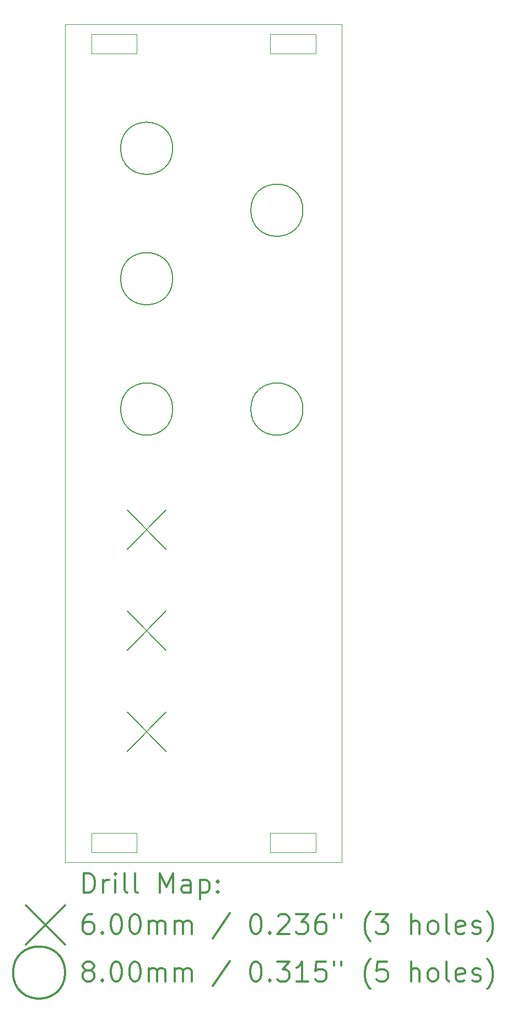
<source format=gbr>
%FSLAX45Y45*%
G04 Gerber Fmt 4.5, Leading zero omitted, Abs format (unit mm)*
G04 Created by KiCad (PCBNEW 5.1.4) date 2019-10-24 23:25:44*
%MOMM*%
%LPD*%
G04 APERTURE LIST*
%ADD10C,0.050000*%
%ADD11C,0.200000*%
%ADD12C,0.300000*%
G04 APERTURE END LIST*
D10*
X10750000Y-4150000D02*
X10750000Y-4450000D01*
X10050000Y-4150000D02*
X10400000Y-4150000D01*
X10050000Y-4450000D02*
X10050000Y-4150000D01*
X10750000Y-4450000D02*
X10050000Y-4450000D01*
X10400000Y-4150000D02*
X10750000Y-4150000D01*
X13500000Y-4150000D02*
X13500000Y-4450000D01*
X12800000Y-4150000D02*
X13150000Y-4150000D01*
X12800000Y-4450000D02*
X12800000Y-4150000D01*
X13500000Y-4450000D02*
X12800000Y-4450000D01*
X13150000Y-4150000D02*
X13500000Y-4150000D01*
X13500000Y-16400000D02*
X13500000Y-16700000D01*
X12800000Y-16400000D02*
X13150000Y-16400000D01*
X13150000Y-16400000D02*
X13500000Y-16400000D01*
X13500000Y-16700000D02*
X12800000Y-16700000D01*
X12800000Y-16700000D02*
X12800000Y-16400000D01*
X10050000Y-16700000D02*
X10050000Y-16400000D01*
X10750000Y-16700000D02*
X10050000Y-16700000D01*
X10750000Y-16400000D02*
X10750000Y-16700000D01*
X10050000Y-16400000D02*
X10750000Y-16400000D01*
X13900000Y-4000000D02*
X13900000Y-16850000D01*
X9650000Y-4000000D02*
X13900000Y-4000000D01*
X9650000Y-16850000D02*
X9650000Y-4000000D01*
X13900000Y-16850000D02*
X9650000Y-16850000D01*
D11*
X10600000Y-11450000D02*
X11200000Y-12050000D01*
X11200000Y-11450000D02*
X10600000Y-12050000D01*
X10600000Y-13000000D02*
X11200000Y-13600000D01*
X11200000Y-13000000D02*
X10600000Y-13600000D01*
X10600000Y-14550000D02*
X11200000Y-15150000D01*
X11200000Y-14550000D02*
X10600000Y-15150000D01*
X11300000Y-5900000D02*
G75*
G03X11300000Y-5900000I-400000J0D01*
G01*
X11300000Y-7900000D02*
G75*
G03X11300000Y-7900000I-400000J0D01*
G01*
X11300000Y-9900000D02*
G75*
G03X11300000Y-9900000I-400000J0D01*
G01*
X13300000Y-6850000D02*
G75*
G03X13300000Y-6850000I-400000J0D01*
G01*
X13300000Y-9900000D02*
G75*
G03X13300000Y-9900000I-400000J0D01*
G01*
D12*
X9933928Y-17318214D02*
X9933928Y-17018214D01*
X10005357Y-17018214D01*
X10048214Y-17032500D01*
X10076786Y-17061072D01*
X10091071Y-17089643D01*
X10105357Y-17146786D01*
X10105357Y-17189643D01*
X10091071Y-17246786D01*
X10076786Y-17275357D01*
X10048214Y-17303929D01*
X10005357Y-17318214D01*
X9933928Y-17318214D01*
X10233928Y-17318214D02*
X10233928Y-17118214D01*
X10233928Y-17175357D02*
X10248214Y-17146786D01*
X10262500Y-17132500D01*
X10291071Y-17118214D01*
X10319643Y-17118214D01*
X10419643Y-17318214D02*
X10419643Y-17118214D01*
X10419643Y-17018214D02*
X10405357Y-17032500D01*
X10419643Y-17046786D01*
X10433928Y-17032500D01*
X10419643Y-17018214D01*
X10419643Y-17046786D01*
X10605357Y-17318214D02*
X10576786Y-17303929D01*
X10562500Y-17275357D01*
X10562500Y-17018214D01*
X10762500Y-17318214D02*
X10733928Y-17303929D01*
X10719643Y-17275357D01*
X10719643Y-17018214D01*
X11105357Y-17318214D02*
X11105357Y-17018214D01*
X11205357Y-17232500D01*
X11305357Y-17018214D01*
X11305357Y-17318214D01*
X11576786Y-17318214D02*
X11576786Y-17161072D01*
X11562500Y-17132500D01*
X11533928Y-17118214D01*
X11476786Y-17118214D01*
X11448214Y-17132500D01*
X11576786Y-17303929D02*
X11548214Y-17318214D01*
X11476786Y-17318214D01*
X11448214Y-17303929D01*
X11433928Y-17275357D01*
X11433928Y-17246786D01*
X11448214Y-17218214D01*
X11476786Y-17203929D01*
X11548214Y-17203929D01*
X11576786Y-17189643D01*
X11719643Y-17118214D02*
X11719643Y-17418214D01*
X11719643Y-17132500D02*
X11748214Y-17118214D01*
X11805357Y-17118214D01*
X11833928Y-17132500D01*
X11848214Y-17146786D01*
X11862500Y-17175357D01*
X11862500Y-17261072D01*
X11848214Y-17289643D01*
X11833928Y-17303929D01*
X11805357Y-17318214D01*
X11748214Y-17318214D01*
X11719643Y-17303929D01*
X11991071Y-17289643D02*
X12005357Y-17303929D01*
X11991071Y-17318214D01*
X11976786Y-17303929D01*
X11991071Y-17289643D01*
X11991071Y-17318214D01*
X11991071Y-17132500D02*
X12005357Y-17146786D01*
X11991071Y-17161072D01*
X11976786Y-17146786D01*
X11991071Y-17132500D01*
X11991071Y-17161072D01*
X9047500Y-17512500D02*
X9647500Y-18112500D01*
X9647500Y-17512500D02*
X9047500Y-18112500D01*
X10062500Y-17648214D02*
X10005357Y-17648214D01*
X9976786Y-17662500D01*
X9962500Y-17676786D01*
X9933928Y-17719643D01*
X9919643Y-17776786D01*
X9919643Y-17891072D01*
X9933928Y-17919643D01*
X9948214Y-17933929D01*
X9976786Y-17948214D01*
X10033928Y-17948214D01*
X10062500Y-17933929D01*
X10076786Y-17919643D01*
X10091071Y-17891072D01*
X10091071Y-17819643D01*
X10076786Y-17791072D01*
X10062500Y-17776786D01*
X10033928Y-17762500D01*
X9976786Y-17762500D01*
X9948214Y-17776786D01*
X9933928Y-17791072D01*
X9919643Y-17819643D01*
X10219643Y-17919643D02*
X10233928Y-17933929D01*
X10219643Y-17948214D01*
X10205357Y-17933929D01*
X10219643Y-17919643D01*
X10219643Y-17948214D01*
X10419643Y-17648214D02*
X10448214Y-17648214D01*
X10476786Y-17662500D01*
X10491071Y-17676786D01*
X10505357Y-17705357D01*
X10519643Y-17762500D01*
X10519643Y-17833929D01*
X10505357Y-17891072D01*
X10491071Y-17919643D01*
X10476786Y-17933929D01*
X10448214Y-17948214D01*
X10419643Y-17948214D01*
X10391071Y-17933929D01*
X10376786Y-17919643D01*
X10362500Y-17891072D01*
X10348214Y-17833929D01*
X10348214Y-17762500D01*
X10362500Y-17705357D01*
X10376786Y-17676786D01*
X10391071Y-17662500D01*
X10419643Y-17648214D01*
X10705357Y-17648214D02*
X10733928Y-17648214D01*
X10762500Y-17662500D01*
X10776786Y-17676786D01*
X10791071Y-17705357D01*
X10805357Y-17762500D01*
X10805357Y-17833929D01*
X10791071Y-17891072D01*
X10776786Y-17919643D01*
X10762500Y-17933929D01*
X10733928Y-17948214D01*
X10705357Y-17948214D01*
X10676786Y-17933929D01*
X10662500Y-17919643D01*
X10648214Y-17891072D01*
X10633928Y-17833929D01*
X10633928Y-17762500D01*
X10648214Y-17705357D01*
X10662500Y-17676786D01*
X10676786Y-17662500D01*
X10705357Y-17648214D01*
X10933928Y-17948214D02*
X10933928Y-17748214D01*
X10933928Y-17776786D02*
X10948214Y-17762500D01*
X10976786Y-17748214D01*
X11019643Y-17748214D01*
X11048214Y-17762500D01*
X11062500Y-17791072D01*
X11062500Y-17948214D01*
X11062500Y-17791072D02*
X11076786Y-17762500D01*
X11105357Y-17748214D01*
X11148214Y-17748214D01*
X11176786Y-17762500D01*
X11191071Y-17791072D01*
X11191071Y-17948214D01*
X11333928Y-17948214D02*
X11333928Y-17748214D01*
X11333928Y-17776786D02*
X11348214Y-17762500D01*
X11376786Y-17748214D01*
X11419643Y-17748214D01*
X11448214Y-17762500D01*
X11462500Y-17791072D01*
X11462500Y-17948214D01*
X11462500Y-17791072D02*
X11476786Y-17762500D01*
X11505357Y-17748214D01*
X11548214Y-17748214D01*
X11576786Y-17762500D01*
X11591071Y-17791072D01*
X11591071Y-17948214D01*
X12176786Y-17633929D02*
X11919643Y-18019643D01*
X12562500Y-17648214D02*
X12591071Y-17648214D01*
X12619643Y-17662500D01*
X12633928Y-17676786D01*
X12648214Y-17705357D01*
X12662500Y-17762500D01*
X12662500Y-17833929D01*
X12648214Y-17891072D01*
X12633928Y-17919643D01*
X12619643Y-17933929D01*
X12591071Y-17948214D01*
X12562500Y-17948214D01*
X12533928Y-17933929D01*
X12519643Y-17919643D01*
X12505357Y-17891072D01*
X12491071Y-17833929D01*
X12491071Y-17762500D01*
X12505357Y-17705357D01*
X12519643Y-17676786D01*
X12533928Y-17662500D01*
X12562500Y-17648214D01*
X12791071Y-17919643D02*
X12805357Y-17933929D01*
X12791071Y-17948214D01*
X12776786Y-17933929D01*
X12791071Y-17919643D01*
X12791071Y-17948214D01*
X12919643Y-17676786D02*
X12933928Y-17662500D01*
X12962500Y-17648214D01*
X13033928Y-17648214D01*
X13062500Y-17662500D01*
X13076786Y-17676786D01*
X13091071Y-17705357D01*
X13091071Y-17733929D01*
X13076786Y-17776786D01*
X12905357Y-17948214D01*
X13091071Y-17948214D01*
X13191071Y-17648214D02*
X13376786Y-17648214D01*
X13276786Y-17762500D01*
X13319643Y-17762500D01*
X13348214Y-17776786D01*
X13362500Y-17791072D01*
X13376786Y-17819643D01*
X13376786Y-17891072D01*
X13362500Y-17919643D01*
X13348214Y-17933929D01*
X13319643Y-17948214D01*
X13233928Y-17948214D01*
X13205357Y-17933929D01*
X13191071Y-17919643D01*
X13633928Y-17648214D02*
X13576786Y-17648214D01*
X13548214Y-17662500D01*
X13533928Y-17676786D01*
X13505357Y-17719643D01*
X13491071Y-17776786D01*
X13491071Y-17891072D01*
X13505357Y-17919643D01*
X13519643Y-17933929D01*
X13548214Y-17948214D01*
X13605357Y-17948214D01*
X13633928Y-17933929D01*
X13648214Y-17919643D01*
X13662500Y-17891072D01*
X13662500Y-17819643D01*
X13648214Y-17791072D01*
X13633928Y-17776786D01*
X13605357Y-17762500D01*
X13548214Y-17762500D01*
X13519643Y-17776786D01*
X13505357Y-17791072D01*
X13491071Y-17819643D01*
X13776786Y-17648214D02*
X13776786Y-17705357D01*
X13891071Y-17648214D02*
X13891071Y-17705357D01*
X14333928Y-18062500D02*
X14319643Y-18048214D01*
X14291071Y-18005357D01*
X14276786Y-17976786D01*
X14262500Y-17933929D01*
X14248214Y-17862500D01*
X14248214Y-17805357D01*
X14262500Y-17733929D01*
X14276786Y-17691072D01*
X14291071Y-17662500D01*
X14319643Y-17619643D01*
X14333928Y-17605357D01*
X14419643Y-17648214D02*
X14605357Y-17648214D01*
X14505357Y-17762500D01*
X14548214Y-17762500D01*
X14576786Y-17776786D01*
X14591071Y-17791072D01*
X14605357Y-17819643D01*
X14605357Y-17891072D01*
X14591071Y-17919643D01*
X14576786Y-17933929D01*
X14548214Y-17948214D01*
X14462500Y-17948214D01*
X14433928Y-17933929D01*
X14419643Y-17919643D01*
X14962500Y-17948214D02*
X14962500Y-17648214D01*
X15091071Y-17948214D02*
X15091071Y-17791072D01*
X15076786Y-17762500D01*
X15048214Y-17748214D01*
X15005357Y-17748214D01*
X14976786Y-17762500D01*
X14962500Y-17776786D01*
X15276786Y-17948214D02*
X15248214Y-17933929D01*
X15233928Y-17919643D01*
X15219643Y-17891072D01*
X15219643Y-17805357D01*
X15233928Y-17776786D01*
X15248214Y-17762500D01*
X15276786Y-17748214D01*
X15319643Y-17748214D01*
X15348214Y-17762500D01*
X15362500Y-17776786D01*
X15376786Y-17805357D01*
X15376786Y-17891072D01*
X15362500Y-17919643D01*
X15348214Y-17933929D01*
X15319643Y-17948214D01*
X15276786Y-17948214D01*
X15548214Y-17948214D02*
X15519643Y-17933929D01*
X15505357Y-17905357D01*
X15505357Y-17648214D01*
X15776786Y-17933929D02*
X15748214Y-17948214D01*
X15691071Y-17948214D01*
X15662500Y-17933929D01*
X15648214Y-17905357D01*
X15648214Y-17791072D01*
X15662500Y-17762500D01*
X15691071Y-17748214D01*
X15748214Y-17748214D01*
X15776786Y-17762500D01*
X15791071Y-17791072D01*
X15791071Y-17819643D01*
X15648214Y-17848214D01*
X15905357Y-17933929D02*
X15933928Y-17948214D01*
X15991071Y-17948214D01*
X16019643Y-17933929D01*
X16033928Y-17905357D01*
X16033928Y-17891072D01*
X16019643Y-17862500D01*
X15991071Y-17848214D01*
X15948214Y-17848214D01*
X15919643Y-17833929D01*
X15905357Y-17805357D01*
X15905357Y-17791072D01*
X15919643Y-17762500D01*
X15948214Y-17748214D01*
X15991071Y-17748214D01*
X16019643Y-17762500D01*
X16133928Y-18062500D02*
X16148214Y-18048214D01*
X16176786Y-18005357D01*
X16191071Y-17976786D01*
X16205357Y-17933929D01*
X16219643Y-17862500D01*
X16219643Y-17805357D01*
X16205357Y-17733929D01*
X16191071Y-17691072D01*
X16176786Y-17662500D01*
X16148214Y-17619643D01*
X16133928Y-17605357D01*
X9647500Y-18542500D02*
G75*
G03X9647500Y-18542500I-400000J0D01*
G01*
X9976786Y-18506786D02*
X9948214Y-18492500D01*
X9933928Y-18478214D01*
X9919643Y-18449643D01*
X9919643Y-18435357D01*
X9933928Y-18406786D01*
X9948214Y-18392500D01*
X9976786Y-18378214D01*
X10033928Y-18378214D01*
X10062500Y-18392500D01*
X10076786Y-18406786D01*
X10091071Y-18435357D01*
X10091071Y-18449643D01*
X10076786Y-18478214D01*
X10062500Y-18492500D01*
X10033928Y-18506786D01*
X9976786Y-18506786D01*
X9948214Y-18521072D01*
X9933928Y-18535357D01*
X9919643Y-18563929D01*
X9919643Y-18621072D01*
X9933928Y-18649643D01*
X9948214Y-18663929D01*
X9976786Y-18678214D01*
X10033928Y-18678214D01*
X10062500Y-18663929D01*
X10076786Y-18649643D01*
X10091071Y-18621072D01*
X10091071Y-18563929D01*
X10076786Y-18535357D01*
X10062500Y-18521072D01*
X10033928Y-18506786D01*
X10219643Y-18649643D02*
X10233928Y-18663929D01*
X10219643Y-18678214D01*
X10205357Y-18663929D01*
X10219643Y-18649643D01*
X10219643Y-18678214D01*
X10419643Y-18378214D02*
X10448214Y-18378214D01*
X10476786Y-18392500D01*
X10491071Y-18406786D01*
X10505357Y-18435357D01*
X10519643Y-18492500D01*
X10519643Y-18563929D01*
X10505357Y-18621072D01*
X10491071Y-18649643D01*
X10476786Y-18663929D01*
X10448214Y-18678214D01*
X10419643Y-18678214D01*
X10391071Y-18663929D01*
X10376786Y-18649643D01*
X10362500Y-18621072D01*
X10348214Y-18563929D01*
X10348214Y-18492500D01*
X10362500Y-18435357D01*
X10376786Y-18406786D01*
X10391071Y-18392500D01*
X10419643Y-18378214D01*
X10705357Y-18378214D02*
X10733928Y-18378214D01*
X10762500Y-18392500D01*
X10776786Y-18406786D01*
X10791071Y-18435357D01*
X10805357Y-18492500D01*
X10805357Y-18563929D01*
X10791071Y-18621072D01*
X10776786Y-18649643D01*
X10762500Y-18663929D01*
X10733928Y-18678214D01*
X10705357Y-18678214D01*
X10676786Y-18663929D01*
X10662500Y-18649643D01*
X10648214Y-18621072D01*
X10633928Y-18563929D01*
X10633928Y-18492500D01*
X10648214Y-18435357D01*
X10662500Y-18406786D01*
X10676786Y-18392500D01*
X10705357Y-18378214D01*
X10933928Y-18678214D02*
X10933928Y-18478214D01*
X10933928Y-18506786D02*
X10948214Y-18492500D01*
X10976786Y-18478214D01*
X11019643Y-18478214D01*
X11048214Y-18492500D01*
X11062500Y-18521072D01*
X11062500Y-18678214D01*
X11062500Y-18521072D02*
X11076786Y-18492500D01*
X11105357Y-18478214D01*
X11148214Y-18478214D01*
X11176786Y-18492500D01*
X11191071Y-18521072D01*
X11191071Y-18678214D01*
X11333928Y-18678214D02*
X11333928Y-18478214D01*
X11333928Y-18506786D02*
X11348214Y-18492500D01*
X11376786Y-18478214D01*
X11419643Y-18478214D01*
X11448214Y-18492500D01*
X11462500Y-18521072D01*
X11462500Y-18678214D01*
X11462500Y-18521072D02*
X11476786Y-18492500D01*
X11505357Y-18478214D01*
X11548214Y-18478214D01*
X11576786Y-18492500D01*
X11591071Y-18521072D01*
X11591071Y-18678214D01*
X12176786Y-18363929D02*
X11919643Y-18749643D01*
X12562500Y-18378214D02*
X12591071Y-18378214D01*
X12619643Y-18392500D01*
X12633928Y-18406786D01*
X12648214Y-18435357D01*
X12662500Y-18492500D01*
X12662500Y-18563929D01*
X12648214Y-18621072D01*
X12633928Y-18649643D01*
X12619643Y-18663929D01*
X12591071Y-18678214D01*
X12562500Y-18678214D01*
X12533928Y-18663929D01*
X12519643Y-18649643D01*
X12505357Y-18621072D01*
X12491071Y-18563929D01*
X12491071Y-18492500D01*
X12505357Y-18435357D01*
X12519643Y-18406786D01*
X12533928Y-18392500D01*
X12562500Y-18378214D01*
X12791071Y-18649643D02*
X12805357Y-18663929D01*
X12791071Y-18678214D01*
X12776786Y-18663929D01*
X12791071Y-18649643D01*
X12791071Y-18678214D01*
X12905357Y-18378214D02*
X13091071Y-18378214D01*
X12991071Y-18492500D01*
X13033928Y-18492500D01*
X13062500Y-18506786D01*
X13076786Y-18521072D01*
X13091071Y-18549643D01*
X13091071Y-18621072D01*
X13076786Y-18649643D01*
X13062500Y-18663929D01*
X13033928Y-18678214D01*
X12948214Y-18678214D01*
X12919643Y-18663929D01*
X12905357Y-18649643D01*
X13376786Y-18678214D02*
X13205357Y-18678214D01*
X13291071Y-18678214D02*
X13291071Y-18378214D01*
X13262500Y-18421072D01*
X13233928Y-18449643D01*
X13205357Y-18463929D01*
X13648214Y-18378214D02*
X13505357Y-18378214D01*
X13491071Y-18521072D01*
X13505357Y-18506786D01*
X13533928Y-18492500D01*
X13605357Y-18492500D01*
X13633928Y-18506786D01*
X13648214Y-18521072D01*
X13662500Y-18549643D01*
X13662500Y-18621072D01*
X13648214Y-18649643D01*
X13633928Y-18663929D01*
X13605357Y-18678214D01*
X13533928Y-18678214D01*
X13505357Y-18663929D01*
X13491071Y-18649643D01*
X13776786Y-18378214D02*
X13776786Y-18435357D01*
X13891071Y-18378214D02*
X13891071Y-18435357D01*
X14333928Y-18792500D02*
X14319643Y-18778214D01*
X14291071Y-18735357D01*
X14276786Y-18706786D01*
X14262500Y-18663929D01*
X14248214Y-18592500D01*
X14248214Y-18535357D01*
X14262500Y-18463929D01*
X14276786Y-18421072D01*
X14291071Y-18392500D01*
X14319643Y-18349643D01*
X14333928Y-18335357D01*
X14591071Y-18378214D02*
X14448214Y-18378214D01*
X14433928Y-18521072D01*
X14448214Y-18506786D01*
X14476786Y-18492500D01*
X14548214Y-18492500D01*
X14576786Y-18506786D01*
X14591071Y-18521072D01*
X14605357Y-18549643D01*
X14605357Y-18621072D01*
X14591071Y-18649643D01*
X14576786Y-18663929D01*
X14548214Y-18678214D01*
X14476786Y-18678214D01*
X14448214Y-18663929D01*
X14433928Y-18649643D01*
X14962500Y-18678214D02*
X14962500Y-18378214D01*
X15091071Y-18678214D02*
X15091071Y-18521072D01*
X15076786Y-18492500D01*
X15048214Y-18478214D01*
X15005357Y-18478214D01*
X14976786Y-18492500D01*
X14962500Y-18506786D01*
X15276786Y-18678214D02*
X15248214Y-18663929D01*
X15233928Y-18649643D01*
X15219643Y-18621072D01*
X15219643Y-18535357D01*
X15233928Y-18506786D01*
X15248214Y-18492500D01*
X15276786Y-18478214D01*
X15319643Y-18478214D01*
X15348214Y-18492500D01*
X15362500Y-18506786D01*
X15376786Y-18535357D01*
X15376786Y-18621072D01*
X15362500Y-18649643D01*
X15348214Y-18663929D01*
X15319643Y-18678214D01*
X15276786Y-18678214D01*
X15548214Y-18678214D02*
X15519643Y-18663929D01*
X15505357Y-18635357D01*
X15505357Y-18378214D01*
X15776786Y-18663929D02*
X15748214Y-18678214D01*
X15691071Y-18678214D01*
X15662500Y-18663929D01*
X15648214Y-18635357D01*
X15648214Y-18521072D01*
X15662500Y-18492500D01*
X15691071Y-18478214D01*
X15748214Y-18478214D01*
X15776786Y-18492500D01*
X15791071Y-18521072D01*
X15791071Y-18549643D01*
X15648214Y-18578214D01*
X15905357Y-18663929D02*
X15933928Y-18678214D01*
X15991071Y-18678214D01*
X16019643Y-18663929D01*
X16033928Y-18635357D01*
X16033928Y-18621072D01*
X16019643Y-18592500D01*
X15991071Y-18578214D01*
X15948214Y-18578214D01*
X15919643Y-18563929D01*
X15905357Y-18535357D01*
X15905357Y-18521072D01*
X15919643Y-18492500D01*
X15948214Y-18478214D01*
X15991071Y-18478214D01*
X16019643Y-18492500D01*
X16133928Y-18792500D02*
X16148214Y-18778214D01*
X16176786Y-18735357D01*
X16191071Y-18706786D01*
X16205357Y-18663929D01*
X16219643Y-18592500D01*
X16219643Y-18535357D01*
X16205357Y-18463929D01*
X16191071Y-18421072D01*
X16176786Y-18392500D01*
X16148214Y-18349643D01*
X16133928Y-18335357D01*
M02*

</source>
